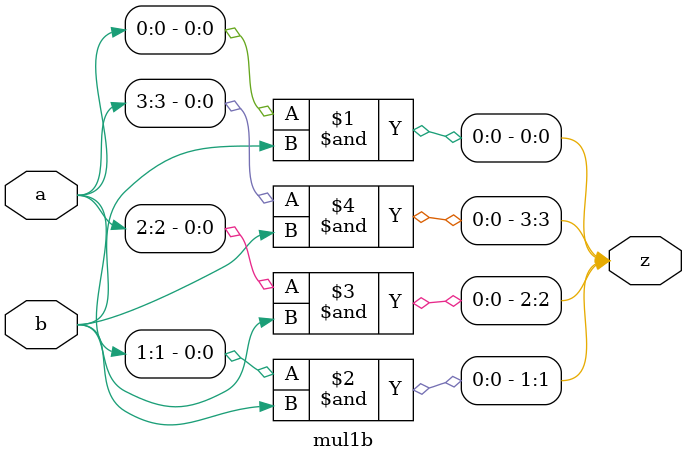
<source format=v>
module mul1b (z,a,b);
    output [3:0] z;
    input  [3:0] a;
    input        b;

    assign z[0] = a[0] & b;
    assign z[1] = a[1] & b;
    assign z[2] = a[2] & b;
    assign z[3] = a[3] & b;
endmodule
</source>
